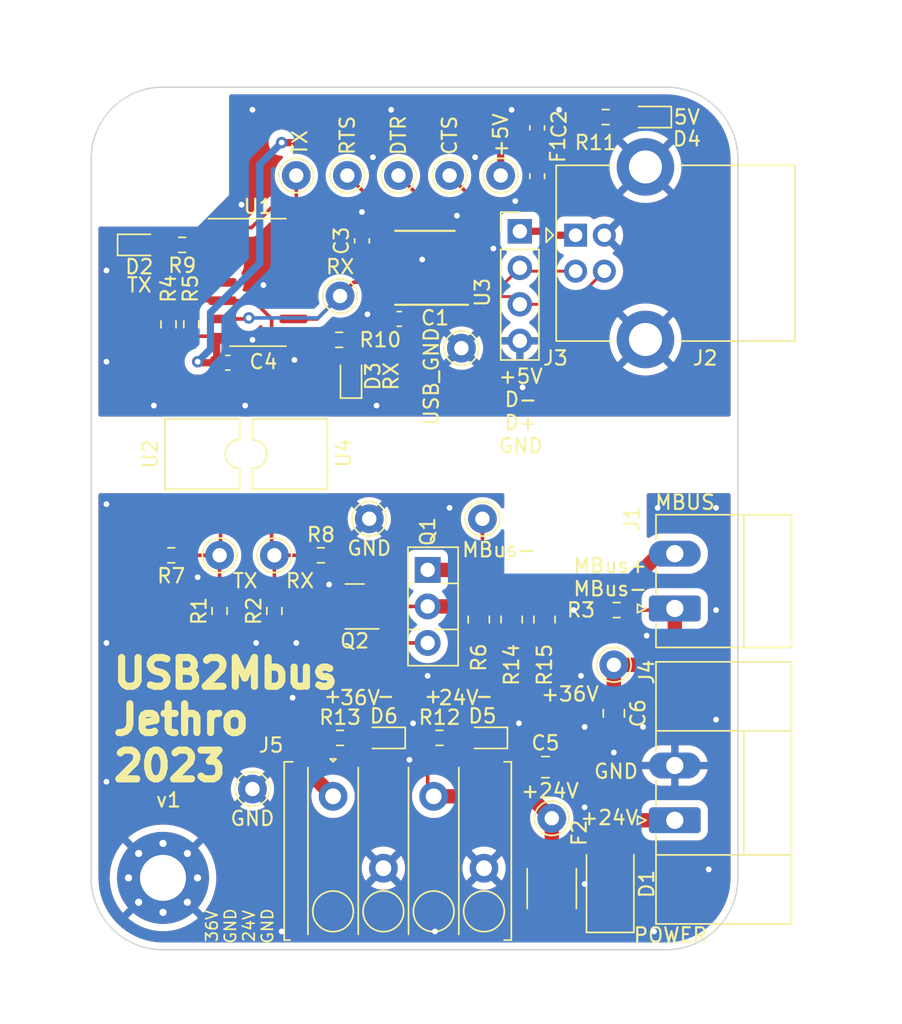
<source format=kicad_pcb>
(kicad_pcb (version 20211014) (generator pcbnew)
  (layers (0 "F.Cu" signal) (31 "B.Cu" signal) (34 "B.Paste" user) (35 "F.Paste" user) (36 "B.SilkS" user "B.Silkscreen") (37 "F.SilkS" user "F.Silkscreen") (38 "B.Mask" user) (39 "F.Mask" user) (44 "Edge.Cuts" user))
  (net 0 "")
  (net 1 "Net-(C1-Pad1)")
  (net 2 "GND2")
  (net 3 "+5V")
  (net 4 "+24V")
  (net 5 "GND")
  (net 6 "+36V")
  (net 7 "Net-(D1-Pad1)")
  (net 8 "Net-(D1-Pad2)")
  (net 9 "Net-(D2-Pad2)")
  (net 10 "Net-(D3-Pad2)")
  (net 11 "Net-(D4-Pad2)")
  (net 12 "Net-(D5-Pad2)")
  (net 13 "Net-(D6-Pad2)")
  (net 14 "Net-(F1-Pad2)")
  (net 15 "Net-(J1-Pad2)")
  (net 16 "/DN")
  (net 17 "/DP")
  (net 18 "Net-(Q1-Pad2)")
  (net 19 "Net-(Q1-Pad3)")
  (net 20 "Net-(Q2-Pad3)")
  (net 21 "Net-(R4-Pad1)")
  (net 22 "Net-(R4-Pad2)")
  (net 23 "Net-(R5-Pad2)")
  (net 24 "Net-(R6-Pad2)")
  (net 25 "Net-(R9-Pad1)")
  (net 26 "Net-(R10-Pad1)")
  (net 27 "Net-(R14-Pad2)")
  (net 28 "Net-(TP5-Pad1)")
  (net 29 "Net-(TP7-Pad1)")
  (net 30 "Net-(U3-Pad6)")
  (net 31 "Net-(U3-Pad4)")
  (net 32 "Net-(U3-Pad5)")
  (footprint "Capacitor_SMD:C_0603_1608Metric" (layer "F.Cu") (at 139.509 54.172)
    (fp_text reference "C4" (at 2.477 -0.07) (layer "F.SilkS"))
    (fp_text value "0.1uF")
    (pad "1" smd roundrect (at -0.775 0) (size 0.9 0.95) (layers "F.Cu" "F.Paste" "F.Mask") (net 3 "+5V"))
    (pad "2" smd roundrect (at 0.775 0) (size 0.9 0.95) (layers "F.Cu" "F.Paste" "F.Mask") (net 2 "GND2"))
  )
  (footprint "Capacitor_SMD:C_0805_2012Metric" (layer "F.Cu") (at 166.37 78.552 -90)
    (fp_text reference "C6" (at 0 -1.68 90) (layer "F.SilkS"))
    (fp_text value "10u/50V")
    (pad "1" smd roundrect (at -0.95 0 270) (size 1 1.45) (layers "F.Cu" "F.Paste" "F.Mask") (net 6 "+36V"))
    (pad "2" smd roundrect (at 0.95 0 270) (size 1 1.45) (layers "F.Cu" "F.Paste" "F.Mask") (net 5 "GND"))
  )
  (footprint "Connector_Phoenix_MC:PhoenixContact_MC_1,5_2-GF-3.81_1x02_P3.81mm_Horizontal_ThreadedFlange" (layer "F.Cu") (at 170.6125 85.994 90)
    (fp_text reference "J4" (at 10.302 -1.9565 90) (layer "F.SilkS"))
    (fp_text value "POWER")
    (pad "1" thru_hole roundrect (at 0 0 90) (size 1.8 3.6) (drill 1.2) (layers *.Cu *.Mask) (roundrect_rratio 0.138889) (net 8 "Net-(D1-Pad2)"))
    (pad "2" thru_hole oval (at 3.81 0 90) (size 1.8 3.6) (drill 1.2) (layers *.Cu *.Mask) (net 5 "GND"))
  )
  (footprint "Connector_USB:USB_B_Lumberg_2411_02_Horizontal" (layer "F.Cu") (at 163.7095 45.302)
    (fp_text reference "J2" (at 9.0105 8.546) (layer "F.SilkS"))
    (fp_text value "USB_B")
    (pad "1" thru_hole rect (at 0 0 90) (size 1.6 1.6) (drill 0.95) (layers *.Cu *.Mask) (net 14 "Net-(F1-Pad2)"))
    (pad "2" thru_hole circle (at 0 2.5 90) (size 1.6 1.6) (drill 0.95) (layers *.Cu *.Mask) (net 16 "/DN"))
    (pad "3" thru_hole circle (at 2 2.5 90) (size 1.6 1.6) (drill 0.95) (layers *.Cu *.Mask) (net 17 "/DP"))
    (pad "4" thru_hole circle (at 2 0 90) (size 1.6 1.6) (drill 0.95) (layers *.Cu *.Mask) (net 2 "GND2"))
    (pad "5" thru_hole circle (at 4.86 -4.75 90) (size 4 4) (drill 2.3) (layers *.Cu *.Mask) (net 2 "GND2"))
    (pad "5" thru_hole circle (at 4.86 7.25 90) (size 4 4) (drill 2.3) (layers *.Cu *.Mask) (net 2 "GND2"))
  )
  (footprint "TestPoint:TestPoint_THTPad_D2.0mm_Drill1.0mm" (layer "F.Cu") (at 155.765 53.156)
    (fp_text reference "TP11" hide)
    (fp_text value "USB_GND" (at -2.095 1.962 90) (layer "F.SilkS"))
    (pad "1" thru_hole circle (at 0 0) (size 2 2) (drill 1) (layers *.Cu *.Mask) (net 2 "GND2"))
  )
  (footprint "Resistor_SMD:R_0603_1608Metric" (layer "F.Cu") (at 136.969 51.499 90)
    (fp_text reference "R5" (at 2.477 -0.063 90) (layer "F.SilkS"))
    (fp_text value "10k")
    (pad "1" smd roundrect (at -0.825 0 90) (size 0.8 0.95) (layers "F.Cu" "F.Paste" "F.Mask") (net 3 "+5V"))
    (pad "2" smd roundrect (at 0.825 0 90) (size 0.8 0.95) (layers "F.Cu" "F.Paste" "F.Mask") (net 23 "Net-(R5-Pad2)"))
  )
  (footprint "TestPoint:TestPoint_THTPad_D2.0mm_Drill1.0mm" (layer "F.Cu") (at 158.496 41.148)
    (fp_text reference "TP1" hide)
    (fp_text value "+5V" (at 0 -2.794 90) (layer "F.SilkS"))
    (pad "1" thru_hole circle (at 0 0) (size 2 2) (drill 1) (layers *.Cu *.Mask) (net 3 "+5V"))
  )
  (footprint "Resistor_SMD:R_0603_1608Metric" (layer "F.Cu") (at 135.573 67.564 180)
    (fp_text reference "R7" (at 0 -1.43) (layer "F.SilkS"))
    (fp_text value "22k")
    (pad "1" smd roundrect (at -0.825 0 180) (size 0.8 0.95) (layers "F.Cu" "F.Paste" "F.Mask") (net 19 "Net-(Q1-Pad3)"))
    (pad "2" smd roundrect (at 0.825 0 180) (size 0.8 0.95) (layers "F.Cu" "F.Paste" "F.Mask") (net 5 "GND"))
  )
  (footprint "Resistor_SMD:R_0805_2012Metric" (layer "F.Cu") (at 156.972 72.0325 -90)
    (fp_text reference "R6" (at 2.6435 0 90) (layer "F.SilkS"))
    (fp_text value "33R")
    (pad "1" smd roundrect (at -0.9125 0 270) (size 1.025 1.4) (layers "F.Cu" "F.Paste" "F.Mask") (roundrect_rratio 0.243902) (net 18 "Net-(Q1-Pad2)"))
    (pad "2" smd roundrect (at 0.9125 0 270) (size 1.025 1.4) (layers "F.Cu" "F.Paste" "F.Mask") (roundrect_rratio 0.243902) (net 24 "Net-(R6-Pad2)"))
  )
  (footprint "TestPoint:TestPoint_THTPad_D2.0mm_Drill1.0mm" (layer "F.Cu") (at 141.224 83.82)
    (fp_text reference "TP10" hide)
    (fp_text value "GND" (at 0 2.05) (layer "F.SilkS"))
    (pad "1" thru_hole circle (at 0 0) (size 2 2) (drill 1) (layers *.Cu *.Mask) (net 5 "GND"))
  )
  (footprint "MountingHole:MountingHole_3.2mm_M3_ISO14580" (layer "F.Cu") (at 163.285 63.8)
    (fp_text reference "H1" hide)
    (fp_text value "MountingHole")
    (pad "" np_thru_hole circle locked (at 0 0) (size 3.2 3.2) (drill 3.2) (layers *.Cu *.Mask))
  )
  (footprint "Package_SO:SSOP-10_3.9x4.9mm_P1.00mm" (layer "F.Cu") (at 153.225 47.568 180)
    (fp_text reference "U3" (at -4.001 -1.708 90) (layer "F.SilkS"))
    (fp_text value "CH340K")
    (pad "1" smd rect (at -2.55 -2 180) (size 1.1 0.51) (layers "F.Cu" "F.Paste" "F.Mask") (net 17 "/DP"))
    (pad "2" smd rect (at -2.55 -1 180) (size 1.1 0.51) (layers "F.Cu" "F.Paste" "F.Mask") (net 16 "/DN"))
    (pad "3" smd rect (at -2.55 0 180) (size 1.1 0.51) (layers "F.Cu" "F.Paste" "F.Mask") (net 2 "GND2"))
    (pad "4" smd rect (at -2.55 1 180) (size 1.1 0.51) (layers "F.Cu" "F.Paste" "F.Mask") (net 31 "Net-(U3-Pad4)"))
    (pad "5" smd rect (at -2.55 2 180) (size 1.1 0.51) (layers "F.Cu" "F.Paste" "F.Mask") (net 32 "Net-(U3-Pad5)"))
    (pad "6" smd rect (at 2.55 2 180) (size 1.1 0.51) (layers "F.Cu" "F.Paste" "F.Mask") (net 30 "Net-(U3-Pad6)"))
    (pad "7" smd rect (at 2.55 1 180) (size 1.1 0.51) (layers "F.Cu" "F.Paste" "F.Mask") (net 3 "+5V"))
    (pad "8" smd rect (at 2.55 0 180) (size 1.1 0.51) (layers "F.Cu" "F.Paste" "F.Mask") (net 28 "Net-(TP5-Pad1)"))
    (pad "9" smd rect (at 2.55 -1 180) (size 1.1 0.51) (layers "F.Cu" "F.Paste" "F.Mask") (net 29 "Net-(TP7-Pad1)"))
    (pad "10" smd rect (at 2.55 -2 180) (size 1.1 0.51) (layers "F.Cu" "F.Paste" "F.Mask") (net 1 "Net-(C1-Pad1)"))
  )
  (footprint "MountingHole:MountingHole_3.2mm_M3_ISO14580" (layer "F.Cu") (at 135 40)
    (fp_text reference "H2" hide)
    (fp_text value "MountingHole")
    (pad "" np_thru_hole circle locked (at 0 0) (size 3.2 3.2) (drill 3.2) (layers *.Cu *.Mask))
  )
  (footprint "Connector_PinHeader_2.54mm:PinHeader_1x04_P2.54mm_Vertical" (layer "F.Cu") (at 159.829 45.028)
    (fp_text reference "J3" (at 2.477 8.82) (layer "F.SilkS"))
    (fp_text value "USB")
    (pad "1" thru_hole rect (at 0 0) (size 1.7 1.7) (drill 1) (layers *.Cu *.Mask) (net 14 "Net-(F1-Pad2)"))
    (pad "2" thru_hole oval (at 0 2.54) (size 1.7 1.7) (drill 1) (layers *.Cu *.Mask) (net 16 "/DN"))
    (pad "3" thru_hole oval (at 0 5.08) (size 1.7 1.7) (drill 1) (layers *.Cu *.Mask) (net 17 "/DP"))
    (pad "4" thru_hole oval (at 0 7.62) (size 1.7 1.7) (drill 1) (layers *.Cu *.Mask) (net 2 "GND2"))
  )
  (footprint "Capacitor_SMD:C_0805_2012Metric" (layer "F.Cu") (at 161.61 82.296)
    (fp_text reference "C5" (at 0 -1.68) (layer "F.SilkS"))
    (fp_text value "10u/50V")
    (pad "1" smd roundrect (at -0.95 0) (size 1 1.45) (layers "F.Cu" "F.Paste" "F.Mask") (net 4 "+24V"))
    (pad "2" smd roundrect (at 0.95 0) (size 1 1.45) (layers "F.Cu" "F.Paste" "F.Mask") (net 5 "GND"))
  )
  (footprint "Resistor_SMD:R_0603_1608Metric" (layer "F.Cu") (at 147.32 80.264)
    (fp_text reference "R13" (at 0 -1.43) (layer "F.SilkS"))
    (fp_text value "R")
    (pad "1" smd roundrect (at -0.825 0) (size 0.8 0.95) (layers "F.Cu" "F.Paste" "F.Mask") (net 6 "+36V"))
    (pad "2" smd roundrect (at 0.825 0) (size 0.8 0.95) (layers "F.Cu" "F.Paste" "F.Mask") (net 13 "Net-(D6-Pad2)"))
  )
  (footprint "Diode_SMD:D_SMA" (layer "F.Cu") (at 166.116 90.392 90)
    (fp_text reference "D1" (at -0.032 2.54 90) (layer "F.SilkS"))
    (fp_text value "D_Schottky")
    (pad "1" smd rect (at -2 0 90) (size 2.5 1.8) (layers "F.Cu" "F.Paste" "F.Mask") (net 7 "Net-(D1-Pad1)"))
    (pad "2" smd rect (at 2 0 90) (size 2.5 1.8) (layers "F.Cu" "F.Paste" "F.Mask") (net 8 "Net-(D1-Pad2)"))
  )
  (footprint "Resistor_SMD:R_0603_1608Metric" (layer "F.Cu") (at 142.748 71.437 90)
    (fp_text reference "R2" (at 0 -1.43 90) (layer "F.SilkS"))
    (fp_text value "33k")
    (pad "1" smd roundrect (at -0.825 0 90) (size 0.8 0.95) (layers "F.Cu" "F.Paste" "F.Mask") (net 6 "+36V"))
    (pad "2" smd roundrect (at 0.825 0 90) (size 0.8 0.95) (layers "F.Cu" "F.Paste" "F.Mask") (net 20 "Net-(Q2-Pad3)"))
  )
  (footprint "Capacitor_SMD:C_0603_1608Metric" (layer "F.Cu") (at 151.434 51.124)
    (fp_text reference "C1" (at 2.49 -0.07) (layer "F.SilkS"))
    (fp_text value "0.1uF")
    (pad "1" smd roundrect (at -0.775 0) (size 0.9 0.95) (layers "F.Cu" "F.Paste" "F.Mask") (net 1 "Net-(C1-Pad1)"))
    (pad "2" smd roundrect (at 0.775 0) (size 0.9 0.95) (layers "F.Cu" "F.Paste" "F.Mask") (net 2 "GND2"))
  )
  (footprint "TestPoint:TestPoint_THTPad_D2.0mm_Drill1.0mm" (layer "F.Cu") (at 154.94 41.148)
    (fp_text reference "TP14" hide)
    (fp_text value "CTS" (at 0 -2.794 90) (layer "F.SilkS"))
    (pad "1" thru_hole circle (at 0 0) (size 2 2) (drill 1) (layers *.Cu *.Mask) (net 32 "Net-(U3-Pad5)"))
  )
  (footprint "TestPoint:TestPoint_THTPad_D2.0mm_Drill1.0mm" (layer "F.Cu") (at 151.384 41.148)
    (fp_text reference "TP13" hide)
    (fp_text value "DTR" (at 0 -2.794 90) (layer "F.SilkS"))
    (pad "1" thru_hole circle (at 0 0) (size 2 2) (drill 1) (layers *.Cu *.Mask) (net 31 "Net-(U3-Pad4)"))
  )
  (footprint "LED_SMD:LED_0603_1608Metric" (layer "F.Cu") (at 157.48 80.264 180)
    (fp_text reference "D5" (at 0.254 1.524) (layer "F.SilkS"))
    (fp_text value "24V" (at 1.905 2.794) (layer "F.SilkS"))
    (pad "1" smd roundrect (at -0.7875 0 180) (size 0.875 0.95) (layers "F.Cu" "F.Paste" "F.Mask") (net 5 "GND"))
    (pad "2" smd roundrect (at 0.7875 0 180) (size 0.875 0.95) (layers "F.Cu" "F.Paste" "F.Mask") (net 12 "Net-(D5-Pad2)"))
  )
  (footprint "Connector_Phoenix_MC:PhoenixContact_MC_1,5_2-G-3.81_1x02_P3.81mm_Horizontal" (layer "F.Cu") (at 170.6125 71.262 90)
    (fp_text reference "J1" (at 6.238 -2.9725 270) (layer "F.SilkS"))
    (fp_text value "MBUS")
    (pad "1" thru_hole roundrect (at 0 0 90) (size 1.8 3.6) (drill 1.2) (layers *.Cu *.Mask) (roundrect_rratio 0.138889) (net 6 "+36V"))
    (pad "2" thru_hole oval (at 3.81 0 90) (size 1.8 3.6) (drill 1.2) (layers *.Cu *.Mask) (net 15 "Net-(J1-Pad2)"))
  )
  (footprint "Resistor_SMD:R_0603_1608Metric" (layer "F.Cu") (at 165.799 37.084)
    (fp_text reference "R11" (at -0.699 1.778) (layer "F.SilkS"))
    (fp_text value "R")
    (pad "1" smd roundrect (at -0.825 0) (size 0.8 0.95) (layers "F.Cu" "F.Paste" "F.Mask") (net 3 "+5V"))
    (pad "2" smd roundrect (at 0.825 0) (size 0.8 0.95) (layers "F.Cu" "F.Paste" "F.Mask") (net 11 "Net-(D4-Pad2)"))
  )
  (footprint "Resistor_SMD:R_0603_1608Metric" (layer "F.Cu") (at 154.241 80.264)
    (fp_text reference "R12" (at 0 -1.43) (layer "F.SilkS"))
    (fp_text value "R")
    (pad "1" smd roundrect (at -0.825 0) (size 0.8 0.95) (layers "F.Cu" "F.Paste" "F.Mask") (net 4 "+24V"))
    (pad "2" smd roundrect (at 0.825 0) (size 0.8 0.95) (layers "F.Cu" "F.Paste" "F.Mask") (net 12 "Net-(D5-Pad2)"))
  )
  (footprint "Resistor_SMD:R_0603_1608Metric" (layer "F.Cu") (at 138.938 71.437 90)
    (fp_text reference "R1" (at 0 -1.43 90) (layer "F.SilkS"))
    (fp_text value "39k")
    (pad "1" smd roundrect (at -0.825 0 90) (size 0.8 0.95) (layers "F.Cu" "F.Paste" "F.Mask") (net 6 "+36V"))
    (pad "2" smd roundrect (at 0.825 0 90) (size 0.8 0.95) (layers "F.Cu" "F.Paste" "F.Mask") (net 19 "Net-(Q1-Pad3)"))
  )
  (footprint "TestPoint:TestPoint_THTPad_D2.0mm_Drill1.0mm" (layer "F.Cu") (at 138.938 67.564)
    (fp_text reference "TP6" hide)
    (fp_text value "M_TX" hide)
    (pad "1" thru_hole circle (at 0 0) (size 2 2) (drill 1) (layers *.Cu *.Mask) (net 19 "Net-(Q1-Pad3)"))
  )
  (footprint "Capacitor_SMD:C_0603_1608Metric" (layer "F.Cu") (at 148.844 45.694 90)
    (fp_text reference "C3" (at 0 -1.43 90) (layer "F.SilkS"))
    (fp_text value "0.1uF")
    (pad "1" smd roundrect (at -0.775 0 90) (size 0.9 0.95) (layers "F.Cu" "F.Paste" "F.Mask") (net 3 "+5V"))
    (pad "2" smd roundrect (at 0.775 0 90) (size 0.9 0.95) (layers "F.Cu" "F.Paste" "F.Mask") (net 2 "GND2"))
  )
  (footprint "Resistor_SMD:R_0603_1608Metric" (layer "F.Cu") (at 147.257 52.578)
    (fp_text reference "R10" (at 2.857 0) (layer "F.SilkS"))
    (fp_text value "R")
    (pad "1" smd roundrect (at -0.825 0) (size 0.8 0.95) (layers "F.Cu" "F.Paste" "F.Mask") (net 26 "Net-(R10-Pad1)"))
    (pad "2" smd roundrect (at 0.825 0) (size 0.8 0.95) (layers "F.Cu" "F.Paste" "F.Mask") (net 10 "Net-(D3-Pad2)"))
  )
  (footprint "LED_SMD:LED_0603_1608Metric" (layer "F.Cu") (at 133.3245 45.974)
    (fp_text reference "D2" (at 0.0255 1.524) (layer "F.SilkS"))
    (fp_text value "TX" (at 0.0255 2.794) (layer "F.SilkS"))
    (pad "1" smd roundrect (at -0.7875 0) (size 0.875 0.95) (layers "F.Cu" "F.Paste" "F.Mask") (net 2 "GND2"))
    (pad "2" smd roundrect (at 0.7875 0) (size 0.875 0.95) (layers "F.Cu" "F.Paste" "F.Mask") (net 9 "Net-(D2-Pad2)"))
  )
  (footprint "Resistor_SMD:R_0805_2012Metric" (layer "F.Cu") (at 159.258 72.0325 90)
    (fp_text reference "R14" (at -3.1515 0 90) (layer "F.SilkS"))
    (fp_text value "33R")
    (pad "1" smd roundrect (at -0.9125 0 90) (size 1.025 1.4) (layers "F.Cu" "F.Paste" "F.Mask") (roundrect_rratio 0.243902) (net 24 "Net-(R6-Pad2)"))
    (pad "2" smd roundrect (at 0.9125 0 90) (size 1.025 1.4) (layers "F.Cu" "F.Paste" "F.Mask") (roundrect_rratio 0.243902) (net 27 "Net-(R14-Pad2)"))
  )
  (footprint "LED_SMD:LED_0603_1608Metric" (layer "F.Cu") (at 148.082 55.1435 90)
    (fp_text reference "D3" (at 0.0255 1.524 90) (layer "F.SilkS"))
    (fp_text value "RX" (at 0.0255 2.794 90) (layer "F.SilkS"))
    (pad "1" smd roundrect (at -0.7875 0 90) (size 0.875 0.95) (layers "F.Cu" "F.Paste" "F.Mask") (net 2 "GND2"))
    (pad "2" smd roundrect (at 0.7875 0 90) (size 0.875 0.95) (layers "F.Cu" "F.Paste" "F.Mask") (net 10 "Net-(D3-Pad2)"))
  )
  (footprint "TestPoint:TestPoint_THTPad_D2.0mm_Drill1.0mm" (layer "F.Cu") (at 149.352 65.024)
    (fp_text reference "TP2" hide)
    (fp_text value "GND" (at 0 2.05) (layer "F.SilkS"))
    (pad "1" thru_hole circle (at 0 0) (size 2 2) (drill 1) (layers *.Cu *.Mask) (net 5 "GND"))
  )
  (footprint "Package_DIP:SMDIP-4_W7.62mm" (layer "F.Cu") (at 137.731 60.522 -90)
    (fp_text reference "U2" (at 0 3.619 90) (layer "F.SilkS"))
    (fp_text value "EL817")
    (pad "1" smd rect (at -3.81 -1.27 270) (size 2 1.78) (layers "F.Cu" "F.Paste" "F.Mask") (net 22 "Net-(R4-Pad2)"))
    (pad "2" smd rect (at -3.81 1.27 270) (size 2 1.78) (layers "F.Cu" "F.Paste" "F.Mask") (net 2 "GND2"))
    (pad "3" smd rect (at 3.81 1.27 270) (size 2 1.78) (layers "F.Cu" "F.Paste" "F.Mask") (net 5 "GND"))
    (pad "4" smd rect (at 3.81 -1.27 270) (size 2 1.78) (layers "F.Cu" "F.Paste" "F.Mask") (net 19 "Net-(Q1-Pad3)"))
  )
  (footprint "Resistor_SMD:R_0603_1608Metric" (layer "F.Cu") (at 135.382 51.499 -90)
    (fp_text reference "R4" (at -2.477 0 90) (layer "F.SilkS"))
    (fp_text value "1k")
    (pad "1" smd roundrect (at -0.825 0 270) (size 0.8 0.95) (layers "F.Cu" "F.Paste" "F.Mask") (net 21 "Net-(R4-Pad1)"))
    (pad "2" smd roundrect (at 0.825 0 270) (size 0.8 0.95) (layers "F.Cu" "F.Paste" "F.Mask") (net 22 "Net-(R4-Pad2)"))
  )
  (footprint "TestPoint:TestPoint_THTPad_D2.0mm_Drill1.0mm" (layer "F.Cu") (at 162.052 85.852)
    (fp_text reference "TP9" hide)
    (fp_text value "+24V" (at -0.127 -1.905) (layer "F.SilkS"))
    (pad "1" thru_hole circle (at 0 0) (size 2 2) (drill 1) (layers *.Cu *.Mask) (net 4 "+24V"))
  )
  (footprint "Capacitor_SMD:C_0603_1608Metric" (layer "F.Cu") (at 161.036 37.833 90)
    (fp_text reference "C2" (at 0.241 1.524 90) (layer "F.SilkS"))
    (fp_text value "10uF")
    (pad "1" smd roundrect (at -0.775 0 90) (size 0.9 0.95) (layers "F.Cu" "F.Paste" "F.Mask") (net 3 "+5V"))
    (pad "2" smd roundrect (at 0.775 0 90) (size 0.9 0.95) (layers "F.Cu" "F.Paste" "F.Mask") (net 2 "GND2"))
  )
  (footprint "TestPoint:TestPoint_THTPad_D2.0mm_Drill1.0mm" (layer "F.Cu") (at 144.272 41.148)
    (fp_text reference "TP5" hide)
    (fp_text value "TX" (at 0.254 -2.286 90) (layer "F.SilkS"))
    (pad "1" thru_hole circle (at 0 0) (size 2 2) (drill 1) (layers *.Cu *.Mask) (net 28 "Net-(TP5-Pad1)"))
  )
  (footprint "TestPoint:TestPoint_THTPad_D2.0mm_Drill1.0mm" (layer "F.Cu") (at 157.226 65.024)
    (fp_text reference "TP4" hide)
    (fp_text value "MBus-" (at 1.143 2.159) (layer "F.SilkS"))
    (pad "1" thru_hole circle (at 0 0) (size 2 2) (drill 1) (layers *.Cu *.Mask) (net 15 "Net-(J1-Pad2)"))
  )
  (footprint "TestPoint:TestPoint_THTPad_D2.0mm_Drill1.0mm" (layer "F.Cu") (at 166.37 75.184)
    (fp_text reference "TP3" hide)
    (fp_text value "+36V" (at -3.048 2.032) (layer "F.SilkS"))
    (pad "1" thru_hole circle (at 0 0) (size 2 2) (drill 1) (layers *.Cu *.Mask) (net 6 "+36V"))
  )
  (footprint "meteopress_footprints:PTSA_1.5_4-3.5-Z-1985218" (layer "F.Cu") (at 146.834 84.328)
    (fp_text reference "J5" (at -4.318 -3.556 -180) (layer "F.SilkS"))
    (fp_text value "STEPUP")
    (pad "1" thru_hole circle (at 0 0) (size 2 2) (drill 1.1) (layers *.Cu *.Mask) (net 6 "+36V"))
    (pad "2" thru_hole circle (at 3.5 5) (size 2 2) (drill 1.1) (layers *.Cu *.Mask) (net 5 "GND"))
    (pad "3" thru_hole circle (at 7 0) (size 2 2) (drill 1.1) (layers *.Cu *.Mask) (net 4 "+24V"))
    (pad "4" thru_hole circle (at 10.5 5) (size 2 2) (drill 1.1) (layers *.Cu *.Mask) (net 5 "GND"))
  )
  (footprint "TestPoint:TestPoint_THTPad_D2.0mm_Drill1.0mm" (layer "F.Cu") (at 142.748 67.564)
    (fp_text reference "TP8" hide)
    (fp_text value "M_RX" hide)
    (pad "1" thru_hole circle (at 0 0) (size 2 2) (drill 1) (layers *.Cu *.Mask) (net 20 "Net-(Q2-Pad3)"))
  )
  (footprint "Package_DIP:SMDIP-4_W7.62mm" (layer "F.Cu") (at 143.827 60.522 90)
    (fp_text reference "U4" (at 0.07 3.747 90) (layer "F.SilkS"))
    (fp_text value "EL817")
    (pad "1" smd rect (at -3.81 -1.27 90) (size 2 1.78) (layers "F.Cu" "F.Paste" "F.Mask") (net 20 "Net-(Q2-Pad3)"))
    (pad "2" smd rect (at -3.81 1.27 90) (size 2 1.78) (layers "F.Cu" "F.Paste" "F.Mask") (net 5 "GND"))
    (pad "3" smd rect (at 3.81 1.27 90) (size 2 1.78) (layers "F.Cu" "F.Paste" "F.Mask") (net 2 "GND2"))
    (pad "4" smd rect (at 3.81 -1.27 90) (size 2 1.78) (layers "F.Cu" "F.Paste" "F.Mask") (net 23 "Net-(R5-Pad2)"))
  )
  (footprint "LED_SMD:LED_0603_1608Metric" (layer "F.Cu") (at 168.8845 37.084 180)
    (fp_text reference "D4" (at -2.5655 -1.524) (layer "F.SilkS"))
    (fp_text value "5V" (at -2.5655 0) (layer "F.SilkS"))
    (pad "1" smd roundrect (at -0.7875 0 180) (size 0.875 0.95) (layers "F.Cu" "F.Paste" "F.Mask") (net 2 "GND2"))
    (pad "2" smd roundrect (at 0.7875 0 180) (size 0.875 0.95) (layers "F.Cu" "F.Paste" "F.Mask") (net 11 "Net-(D4-Pad2)"))
  )
  (footprint "Resistor_SMD:R_0805_2012Metric" (layer "F.Cu") (at 161.544 72.0325 -90)
    (fp_text reference "R15" (at 3.1515 0 90) (layer "F.SilkS"))
    (fp_text value "33R")
    (pad "1" smd roundrect (at -0.9125 0 270) (size 1.025 1.4) (layers "F.Cu" "F.Paste" "F.Mask") (roundrect_rratio 0.243902) (net 27 "Net-(R14-Pad2)"))
    (pad "2" smd roundrect (at 0.9125 0 270) (size 1.025 1.4) (layers "F.Cu" "F.Paste" "F.Mask") (roundrect_rratio 0.243902) (net 5 "GND"))
  )
  (footprint "Resistor_SMD:R_0603_1608Metric" (layer "F.Cu") (at 136.335 45.974 180)
    (fp_text reference "R9" (at 0 -1.43) (layer "F.SilkS"))
    (fp_text value "R")
    (pad "1" smd roundrect (at -0.825 0 180) (size 0.8 0.95) (layers "F.Cu" "F.Paste" "F.Mask") (net 25 "Net-(R9-Pad1)"))
    (pad "2" smd roundrect (at 0.825 0 180) (size 0.8 0.95) (layers "F.Cu" "F.Paste" "F.Mask") (net 9 "Net-(D2-Pad2)"))
  )
  (footprint "Fuse:Fuse_1812_4532Metric_Pad1.30x3.40mm_HandSolder" (layer "F.Cu") (at 162.052 90.739 90)
    (fp_text reference "F2" (at 3.871 1.905 90) (layer "F.SilkS"))
    (fp_text value "Polyfuse_Small")
    (pad "1" smd roundrect (at -2.225 0 90) (size 1.3 3.4) (layers "F.Cu" "F.Paste" "F.Mask") (roundrect_rratio 0.192308) (net 7 "Net-(D1-Pad1)"))
    (pad "2" smd roundrect (at 2.225 0 90) (size 1.3 3.4) (layers "F.Cu" "F.Paste" "F.Mask") (roundrect_rratio 0.192308) (net 4 "+24V"))
  )
  (footprint "TestPoint:TestPoint_THTPad_D2.0mm_Drill1.0mm" (layer "F.Cu") (at 147.828 41.148)
    (fp_text reference "TP12" hide)
    (fp_text value "RTS" (at 0 -2.794 90) (layer "F.SilkS"))
    (pad "1" thru_hole circle (at 0 0) (size 2 2) (drill 1) (layers *.Cu *.Mask) (net 30 "Net-(U3-Pad6)"))
  )
  (footprint "Package_TO_SOT_THT:TO-126-3_Vertical" (layer "F.Cu") (at 153.416 68.58 -90)
    (fp_text reference "Q1" (at -2.667 0 90) (layer "F.SilkS"))
    (fp_text value "BD136")
    (pad "1" thru_hole rect (at 0 0 270) (size 1.8 1.8) (drill 1) (layers *.Cu *.Mask) (net 15 "Net-(J1-Pad2)"))
    (pad "2" thru_hole oval (at 2.54 0 270) (size 1.8 1.8) (drill 1) (layers *.Cu *.Mask) (net 18 "Net-(Q1-Pad2)"))
    (pad "3" thru_hole oval (at 5.08 0 270) (size 1.8 1.8) (drill 1) (layers *.Cu *.Mask) (net 19 "Net-(Q1-Pad3)"))
  )
  (footprint "LED_SMD:LED_0603_1608Metric" (layer "F.Cu") (at 150.368 80.264 180)
    (fp_text reference "D6" (at 0 1.524) (layer "F.SilkS"))
    (fp_text value "36V" (at 1.651 2.794) (layer "F.SilkS"))
    (pad "1" smd roundrect (at -0.7875 0 180) (size 0.875 0.95) (layers "F.Cu" "F.Paste" "F.Mask") (net 5 "GND"))
    (pad "2" smd roundrect (at 0.7875 0 180) (size 0.875 0.95) (layers "F.Cu" "F.Paste" "F.Mask") (net 13 "Net-(D6-Pad2)"))
  )
  (footprint "TestPoint:TestPoint_THTPad_D2.0mm_Drill1.0mm" (layer "F.Cu") (at 147.32 49.53)
    (fp_text reference "TP7" hide)
    (fp_text value "RX" (at 0 -2.032) (layer "F.SilkS"))
    (pad "1" thru_hole circle (at 0 0) (size 2 2) (drill 1) (layers *.Cu *.Mask) (net 29 "Net-(TP7-Pad1)"))
  )
  (footprint "MountingHole:MountingHole_3.2mm_M3_Pad_Via" (layer "F.Cu") (at 135 90)
    (fp_text reference "H3" hide)
    (fp_text value "MountingHole_Pad")
    (pad "1" thru_hole circle locked (at -1.697056 1.697056) (size 0.8 0.8) (drill 0.5) (layers *.Cu *.Mask) (net 5 "GND"))
    (pad "1" thru_hole circle locked (at -1.697056 -1.697056) (size 0.8 0.8) (drill 0.5) (layers *.Cu *.Mask) (net 5 "GND"))
    (pad "1" thru_hole circle locked (at 0 2.4) (size 0.8 0.8) (drill 0.5) (layers *.Cu *.Mask) (net 5 "GND"))
    (pad "1" thru_hole circle locked (at 1.697056 1.697056) (size 0.8 0.8) (drill 0.5) (layers *.Cu *.Mask) (net 5 "GND"))
    (pad "1" thru_hole circle locked (at 0 -2.4) (size 0.8 0.8) (drill 0.5) (layers *.Cu *.Mask) (net 5 "GND"))
    (pad "1" thru_hole circle locked (at 1.697056 -1.697056) (size 0.8 0.8) (drill 0.5) (layers *.Cu *.Mask) (net 5 "GND"))
    (pad "1" thru_hole circle locked (at -2.4 0) (size 0.8 0.8) (drill 0.5) (layers *.Cu *.Mask) (net 5 "GND"))
    (pad "1" thru_hole circle locked (at 2.4 0) (size 0.8 0.8) (drill 0.5) (layers *.Cu *.Mask) (net 5 "GND"))
    (pad "1" thru_hole circle locked (at 0 0) (size 6.4 6.4) (drill 3.2) (layers *.Cu *.Mask) (net 5 "GND"))
  )
  (footprint "Resistor_SMD:R_0603_1608Metric" (layer "F.Cu") (at 166.561 71.374 180)
    (fp_text reference "R3" (at 2.477 0) (layer "F.SilkS"))
    (fp_text value "220k")
    (pad "1" smd roundrect (at -0.825 0 180) (size 0.8 0.95) (layers "F.Cu" "F.Paste" "F.Mask") (net 6 "+36V"))
    (pad "2" smd roundrect (at 0.825 0 180) (size 0.8 0.95) (layers "F.Cu" "F.Paste" "F.Mask") (net 15 "Net-(J1-Pad2)"))
  )
  (footprint "Resistor_SMD:R_0603_1608Metric" (layer "F.Cu") (at 145.987 67.564)
    (fp_text reference "R8" (at 0 -1.43) (layer "F.SilkS"))
    (fp_text value "3k3")
    (pad "1" smd roundrect (at -0.825 0) (size 0.8 0.95) (layers "F.Cu" "F.Paste" "F.Mask") (net 20 "Net-(Q2-Pad3)"))
    (pad "2" smd roundrect (at 0.825 0) (size 0.8 0.95) (layers "F.Cu" "F.Paste" "F.Mask") (net 5 "GND"))
  )
  (footprint "Package_SO:SOIC-14_3.9x8.7mm_P1.27mm" (layer "F.Cu") (at 141.606 48.584)
    (fp_text reference "U1" (at 0 -5.28) (layer "F.SilkS"))
    (fp_text value "74HC14")
    (pad "1" smd roundrect (at -2.475 -3.81) (size 1.95 0.6) (layers "F.Cu" "F.Paste" "F.Mask") (net 28 "Net-(TP5-Pad1)"))
    (pad "2" smd roundrect (at -2.475 -2.54) (size 1.95 0.6) (layers "F.Cu" "F.Paste" "F.Mask") (net 25 "Net-(R9-Pad1)"))
    (pad "3" smd roundrect (at -2.475 -1.27) (size 1.95 0.6) (layers "F.Cu" "F.Paste" "F.Mask") (net 25 "Net-(R9-Pad1)"))
    (pad "4" smd roundrect (at -2.475 0) (size 1.95 0.6) (layers "F.Cu" "F.Paste" "F.Mask") (net 21 "Net-(R4-Pad1)"))
    (pad "5" smd roundrect (at -2.475 1.27) (size 1.95 0.6) (layers "F.Cu" "F.Paste" "F.Mask") (net 23 "Net-(R5-Pad2)"))
    (pad "6" smd roundrect (at -2.475 2.54) (size 1.95 0.6) (layers "F.Cu" "F.Paste" "F.Mask") (net 29 "Net-(TP7-Pad1)"))
    (pad "7" smd roundrect (at -2.475 3.81) (size 1.95 0.6) (layers "F.Cu" "F.Paste" "F.Mask") (net 3 "+5V"))
    (pad "8" smd roundrect (at 2.475 3.81) (size 1.95 0.6) (layers "F.Cu" "F.Paste" "F.Mask") (net 26 "Net-(R10-Pad1)"))
    (pad "9" smd roundrect (at 2.475 2.54) (size 1.95 0.6) (layers "F.Cu" "F.Paste" "F.Mask") (net 29 "Net-(TP7-Pad1)"))
    (pad "10" smd roundrect (at 2.475 1.27) (size 1.95 0.6) (layers "F.Cu" "F.Paste" "F.Mask"))
    (pad "11" smd roundrect (at 2.475 0) (size 1.95 0.6) (layers "F.Cu" "F.Paste" "F.Mask"))
    (pad "12" smd roundrect (at 2.475 -1.27) (size 1.95 0.6) (layers "F.Cu" "F.Paste" "F.Mask"))
    (pad "13" smd roundrect (at 2.475 -2.54) (size 1.95 0.6) (layers "F.Cu" "F.Paste" "F.Mask"))
    (pad "14" smd roundrect (at 2.475 -3.81) (size 1.95 0.6) (layers "F.Cu" "F.Paste" "F.Mask") (net 2 "GND2"))
  )
  (footprint "Package_TO_SOT_SMD:SOT-23" (layer "F.Cu") (at 148.336 71.12 180)
    (fp_text reference "Q2" (at 0 -2.4) (layer "F.SilkS"))
    (fp_text value "MMBT5551L")
    (pad "1" smd roundrect (at -0.9375 -0.95 180) (size 1.475 0.6) (layers "F.Cu" "F.Paste" "F.Mask") (net 18 "Net-(Q1-Pad2)"))
    (pad "2" smd roundrect (at -0.9375 0.95 180) (size 1.475 0.6) (layers "F.Cu" "F.Paste" "F.Mask") (net 5 "GND"))
    (pad "3" smd roundrect (at 0.9375 0 180) (size 1.475 0.6) (layers "F.Cu" "F.Paste" "F.Mask") (net 20 "Net-(Q2-Pad3)"))
  )
  (footprint "Fuse:Fuse_0603_1608Metric" (layer "F.Cu") (at 161.036 41.1925 -90)
    (fp_text reference "F1" (at -1.8225 -1.43 -90) (layer "F.SilkS"))
    (fp_text value "500mA")
    (pad "1" smd roundrect (at -0.7875 0 270) (size 0.875 0.95) (layers "F.Cu" "F.Paste" "F.Mask") (net 3 "+5V"))
    (pad "2" smd roundrect (at 0.7875 0 270) (size 0.875 0.95) (layers "F.Cu" "F.Paste" "F.Mask") (net 14 "Net-(F1-Pad2)"))
  )
  (gr_arc (start 135 95) (mid 131.464466 93.535534) (end 130 90) (layer "Edge.Cuts") (width 0.1))
  (gr_arc (start 130 40) (mid 131.464466 36.464466) (end 135 35) (layer "Edge.Cuts") (width 0.1))
  (gr_arc (start 170 35) (mid 173.535534 36.464466) (end 175 40) (layer "Edge.Cuts") (width 0.1))
  (gr_line (start 130 90) (end 130 40) (layer "Edge.Cuts") (width 0.1))
  (gr_arc (start 175 90) (mid 173.535534 93.535534) (end 170 95) (layer "Edge.Cuts") (width 0.1))
  (gr_line (start 170 95) (end 135 95) (layer "Edge.Cuts") (width 0.1))
  (gr_line (start 175 90) (end 175 40) (layer "Edge.Cuts") (width 0.1))
  (gr_line (start 135 35) (end 170 35) (layer "Edge.Cuts") (width 0.1))
  (gr_text "-" (at 157.353 77.343) (layer "F.SilkS") (effects (font (size 1 1))))
  (gr_text "36V\nGND\n24V\nGND" (at 140.335 93.345 90) (layer "F.SilkS") (effects (font (size 0.8 0.8) (thickness 0.12))))
  (gr_text "USB2Mbus\nJethro \n2023" (at 131.318 78.994) (layer "F.SilkS") (effects (font (size 2 2) (thickness 0.5)) (justify left)))
  (gr_text "+" (at 146.812 77.343) (layer "F.SilkS") (effects (font (size 1 1))))
  (gr_text "v1" (at 135.382 84.582) (layer "F.SilkS") (effects (font (size 1 1))))
  (gr_text "MBus+\nMBus-" (at 166.116 69.088) (layer "F.SilkS") (effects (font (size 1 1))))
  (gr_text "RX" (at 144.526 69.342) (layer "F.SilkS") (effects (font (size 1 1))))
  (gr_text "-" (at 150.495 77.343) (layer "F.SilkS") (effects (font (size 1 1))))
  (gr_text "+" (at 153.797 77.343) (layer "F.SilkS") (effects (font (size 1 1))))
  (gr_text "TX" (at 140.716 69.342) (layer "F.SilkS") (effects (font (size 1 1))))
  (gr_text "MBUS" (at 171.323 63.881) (layer "F.SilkS") (effects (font (size 1 1))))
  (gr_text "+5V\nD-\nD+\nGND" (at 159.893 57.531) (layer "F.SilkS") (effects (font (size 1 1))))
  (gr_text "GND\n\n+24V" (at 168.148 84.201) (layer "F.SilkS") (effects (font (size 1 1)) (justify right)))
  (gr_text "POWER" (at 170.307 93.98) (layer "F.SilkS") (effects (font (size 1 1))))
  (segment (start 150.659 51.124) (end 150.659 49.584) (width 0.5) (layer "F.Cu") (net 1))
  (segment (start 150.659 49.584) (end 150.675 49.568) (width 0.5) (layer "F.Cu") (net 1))
  (segment (start 148.844 44.919) (end 148.844 43.688) (width 0.5) (layer "F.Cu") (net 2))
  (via (at 141.224 52.578) (size 0.8) (drill 0.4) (layers "F.Cu" "B.Cu") (net 2))
  (via (at 141.986 48.768) (size 0.8) (drill 0.4) (layers "F.Cu" "B.Cu") (net 2))
  (via (at 155.448 43.942) (size 0.8) (drill 0.4) (layers "F.Cu" "B.Cu") (net 2))
  (via (at 131.064 47.752) (size 0.8) (drill 0.4) (layers "F.Cu" "B.Cu") (net 2))
  (via (at 134.366 57.15) (size 0.8) (drill 0.4) (layers "F.Cu" "B.Cu") (net 2))
  (via (at 157.988 46.228) (size 0.8) (drill 0.4) (layers "F.Cu" "B.Cu") (net 2))
  (via (at 148.844 43.688) (size 0.8) (drill 0.4) (layers "F.Cu" "B.Cu") (net 2))
  (via (at 140.716 57.15) (size 0.8) (drill 0.4) (layers "F.Cu" "B.Cu") (net 2))
  (via (at 149.86 57.15) (size 0.8) (drill 0.4) (layers "F.Cu" "B.Cu") (net 2))
  (via (at 144.145 53.975) (size 0.8) (drill 0.4) (layers "F.Cu" "B.Cu") (net 2))
  (via (at 140.462 43.18) (size 0.8) (drill 0.4) (layers "F.Cu" "B.Cu") (net 2))
  (via (at 149.225 50.8) (size 0.8) (drill 0.4) (layers "F.Cu" "B.Cu") (net 2))
  (via (at 159.512 42.926) (size 0.8) (drill 0.4) (layers "F.Cu" "B.Cu") (net 2))
  (via (at 153.035 46.99) (size 0.8) (drill 0.4) (layers "F.Cu" "B.Cu") (net 2))
  (via (at 156.718 39.878) (size 0.8) (drill 0.4) (layers "F.Cu" "B.Cu") (net 2))
  (via (at 159.258 36.576) (size 0.8) (drill 0.4) (layers "F.Cu" "B.Cu") (net 2))
  (via (at 162.56 36.576) (size 0.8) (drill 0.4) (layers "F.Cu" "B.Cu") (net 2))
  (via (at 160.02 55.88) (size 0.8) (drill 0.4) (layers "F.Cu" "B.Cu") (net 2))
  (via (at 141.224 36.576) (size 0.8) (drill 0.4) (layers "F.Cu" "B.Cu") (net 2))
  (via (at 131.064 54.102) (size 0.8) (drill 0.4) (layers "F.Cu" "B.Cu") (net 2))
  (via (at 149.606 39.878) (size 0.8) (drill 0.4) (layers "F.Cu" "B.Cu") (net 2))
  (via (at 150.876 36.576) (size 0.8) (drill 0.4) (layers "F.Cu" "B.Cu") (net 2))
  (segment (start 148.844 46.469) (end 147.815 46.469) (width 0.5) (layer "F.Cu") (net 3))
  (segment (start 161.036 38.608) (end 161.036 40.405) (width 0.5) (layer "F.Cu") (net 3))
  (segment (start 146.05 42.418) (end 146.05 39.624) (width 0.5) (layer "F.Cu") (net 3))
  (segment (start 147.066 38.608) (end 158.242 38.608) (width 0.5) (layer "F.Cu") (net 3))
  (segment (start 146.812 38.862) (end 146.939 38.735) (width 0.5) (layer "F.Cu") (net 3))
  (segment (start 158.496 38.862) (end 158.242 38.608) (width 0.5) (layer "F.Cu") (net 3))
  (segment (start 150.675 46.568) (end 148.943 46.568) (width 0.5) (layer "F.Cu") (net 3))
  (segment (start 163.83 37.084) (end 164.974 37.084) (width 0.25) (layer "F.Cu") (net 3))
  (segment (start 161.036 38.608) (end 162.306 38.608) (width 0.25) (layer "F.Cu") (net 3))
  (segment (start 143.256 38.862) (end 146.812 38.862) (width 0.5) (layer "F.Cu") (net 3))
  (segment (start 158.242 38.608) (end 161.036 38.608) (width 0.5) (layer "F.Cu") (net 3))
  (segment (start 148.943 46.568) (end 148.844 46.469) (width 0.5) (layer "F.Cu") (net 3))
  (segment (start 147.574 46.228) (end 147.574 43.942) (width 0.5) (layer "F.Cu") (net 3))
  (segment (start 147.574 43.942) (end 146.05 42.418) (width 0.5) (layer "F.Cu") (net 3))
  (segment (start 138.734 54.172) (end 137.484 54.172) (width 0.5) (layer "F.Cu") (net 3))
  (segment (start 146.939 38.735) (end 147.066 38.608) (width 0.5) (layer "F.Cu") (net 3))
  (segment (start 138.734 54.172) (end 138.734 52.791) (width 0.5) (layer "F.Cu") (net 3))
  (segment (start 139.061 52.324) (end 139.131 52.394) (width 0.25) (layer "F.Cu") (net 3))
  (segment (start 147.815 46.469) (end 147.574 46.228) (width 0.5) (layer "F.Cu") (net 3))
  (segment (start 136.969 52.324) (end 139.061 52.324) (width 0.25) (layer "F.Cu") (net 3))
  (segment (start 138.734 52.791) (end 139.131 52.394) (width 0.5) (layer "F.Cu") (net 3))
  (segment (start 158.496 41.148) (end 158.496 38.862) (width 0.5) (layer "F.Cu") (net 3))
  (segment (start 137.484 54.172) (end 137.414 54.102) (width 0.5) (layer "F.Cu") (net 3))
  (segment (start 146.05 39.624) (end 146.939 38.735) (width 0.5) (layer "F.Cu") (net 3))
  (segment (start 162.306 38.608) (end 163.83 37.084) (width 0.25) (layer "F.Cu") (net 3))
  (via (at 143.256 38.862) (size 0.8) (drill 0.4) (layers "F.Cu" "B.Cu") (net 3))
  (via (at 137.414 54.102) (size 0.8) (drill 0.4) (layers "F.Cu" "B.Cu") (net 3))
  (segment (start 138.303 53.213) (end 138.303 50.673) (width 0.5) (layer "B.Cu") (net 3))
  (segment (start 137.414 54.102) (end 138.303 53.213) (width 0.5) (layer "B.Cu") (net 3))
  (segment (start 141.732 47.244) (end 141.732 40.386) (width 0.5) (layer "B.Cu") (net 3))
  (segment (start 141.732 40.386) (end 143.256 38.862) (width 0.5) (layer "B.Cu") (net 3))
  (segment (start 138.303 50.673) (end 141.732 47.244) (width 0.5) (layer "B.Cu") (net 3))
  (segment (start 160.66 84.46) (end 162.052 85.852) (width 1) (layer "F.Cu") (net 4))
  (segment (start 153.416 83.91) (end 153.834 84.328) (width 0.25) (layer "F.Cu") (net 4))
  (segment (start 157.226 84.328) (end 159.258 82.296) (width 1) (layer "F.Cu") (net 4))
  (segment (start 153.416 80.264) (end 153.416 83.91) (width 0.25) (layer "F.Cu") (net 4))
  (segment (start 160.66 82.296) (end 160.66 84.46) (width 1) (layer "F.Cu") (net 4))
  (segment (start 153.834 84.328) (end 157.226 84.328) (width 1) (layer "F.Cu") (net 4))
  (segment (start 159.258 82.296) (end 160.66 82.296) (width 1) (layer "F.Cu") (net 4))
  (segment (start 162.052 88.514) (end 162.052 85.852) (width 1) (layer "F.Cu") (net 4))
  (via (at 153.416 75.946) (size 0.8) (drill 0.4) (layers "F.Cu" "B.Cu") (net 5))
  (via (at 159.766 79.248) (size 0.8) (drill 0.4) (layers "F.Cu" "B.Cu") (net 5))
  (via (at 164.338 85.09) (size 0.8) (drill 0.4) (layers "F.Cu" "B.Cu") (net 5))
  (via (at 137.414 69.088) (size 0.8) (drill 0.4) (layers "F.Cu" "B.Cu") (net 5))
  (via (at 143.256 93.726) (size 0.8) (drill 0.4) (layers "F.Cu" "B.Cu") (net 5))
  (via (at 131.064 73.66) (size 0.8) (drill 0.4) (layers "F.Cu" "B.Cu") (net 5))
  (via (at 144.272 73.66) (size 0.8) (drill 0.4) (layers "F.Cu" "B.Cu") (net 5))
  (via (at 146.558 69.596) (size 0.8) (drill 0.4) (layers "F.Cu" "B.Cu") (net 5))
  (via (at 173.482 71.374) (size 0.8) (drill 0.4) (layers "F.Cu" "B.Cu") (net 5))
  (via (at 152.4 79.248) (size 0.8) (drill 0.4) (layers "F.Cu" "B.Cu") (net 5))
  (via (at 152.146 81.788) (size 0.8) (drill 0.4) (layers "F.Cu" "B.Cu") (net 5))
  (via (at 163.576 71.374) (size 0.8) (drill 0.4) (layers "F.Cu" "B.Cu") (net 5))
  (via (at 164.338 90.424) (size 0.8) (drill 0.4) (layers "F.Cu" "B.Cu") (net 5))
  (via (at 166.37 81.28) (size 0.8) (drill 0.4) (layers "F.Cu" "B.Cu") (net 5))
  (via (at 173.482 78.994) (size 0.8) (drill 0.4) (layers "F.Cu" "B.Cu") (net 5))
  (via (at 141.478 73.66) (size 0.8) (drill 0.4) (layers "F.Cu" "B.Cu") (net 5))
  (via (at 168.656 73.152) (size 0.8) (drill 0.4) (layers "F.Cu" "B.Cu") (net 5))
  (via (at 153.924 93.726) (size 0.8) (drill 0.4) (layers "F.Cu" "B.Cu") (net 5))
  (via (at 164.338 79.502) (size 0.8) (drill 0.4) (layers "F.Cu" "B.Cu") (net 5))
  (via (at 173.482 64.262) (size 0.8) (drill 0.4) (layers "F.Cu" "B.Cu") (net 5))
  (via (at 172.974 89.408) (size 0.8) (drill 0.4) (layers "F.Cu" "B.Cu") (net 5))
  (via (at 131.064 83.312) (size 0.8) (drill 0.4) (layers "F.Cu" "B.Cu") (net 5))
  (via (at 154.94 64.262) (size 0.8) (drill 0.4) (layers "F.Cu" "B.Cu") (net 5))
  (via (at 144.018 77.47) (size 0.8) (drill 0.4) (layers "F.Cu" "B.Cu") (net 5))
  (via (at 168.402 79.502) (size 0.8) (drill 0.4) (layers "F.Cu" "B.Cu") (net 5))
  (via (at 169.418 64.262) (size 0.8) (drill 0.4) (layers "F.Cu" "B.Cu") (net 5))
  (via (at 164.084 75.946) (size 0.8) (drill 0.4) (layers "F.Cu" "B.Cu") (net 5))
  (via (at 169.164 93.726) (size 0.8) (drill 0.4) (layers "F.Cu" "B.Cu") (net 5))
  (via (at 131.064 64.008) (size 0.8) (drill 0.4) (layers "F.Cu" "B.Cu") (net 5))
  (segment (start 142.748 74.178) (end 146.172 77.602) (width 0.25) (layer "F.Cu") (net 6))
  (segment (start 144.526 80.264) (end 144.526 82.02) (width 1) (layer "F.Cu") (net 6))
  (segment (start 167.386 71.374) (end 170.5005 71.374) (width 0.25) (layer "F.Cu") (net 6))
  (segment (start 144.526 79.248) (end 144.526 80.264) (width 1) (layer "F.Cu") (net 6))
  (segment (start 170.6125 71.262) (end 170.6125 73.7355) (width 1) (layer "F.Cu") (net 6))
  (segment (start 170.6125 73.7355) (end 169.164 75.184) (width 1) (layer "F.Cu") (net 6))
  (segment (start 166.37 75.184) (end 166.37 77.602) (width 1) (layer "F.Cu") (net 6))
  (segment (start 138.938 72.262) (end 142.748 72.262) (width 0.25) (layer "F.Cu") (net 6))
  (segment (start 169.164 75.184) (end 166.37 75.184) (width 1) (layer "F.Cu") (net 6))
  (segment (start 142.748 72.262) (end 142.748 74.178) (width 0.25) (layer "F.Cu") (net 6))
  (segment (start 144.526 82.02) (end 146.834 84.328) (width 1) (layer "F.Cu") (net 6))
  (segment (start 146.495 80.264) (end 144.526 80.264) (width 0.25) (layer "F.Cu") (net 6))
  (segment (start 170.5005 71.374) (end 170.6125 71.262) (width 0.25) (layer "F.Cu") (net 6))
  (segment (start 146.172 77.602) (end 144.526 79.248) (width 1) (layer "F.Cu") (net 6))
  (segment (start 166.37 77.602) (end 146.172 77.602) (width 1) (layer "F.Cu") (net 6))
  (segment (start 165.544 92.964) (end 166.116 92.392) (width 1) (layer "F.Cu") (net 7))
  (segment (start 162.052 92.964) (end 165.544 92.964) (width 1) (layer "F.Cu") (net 7))
  (segment (start 170.6125 85.994) (end 166.99 85.994) (width 1) (layer "F.Cu") (net 8))
  (segment (start 166.116 86.868) (end 166.116 88.392) (width 1) (layer "F.Cu") (net 8))
  (segment (start 166.99 85.994) (end 166.116 86.868) (width 1) (layer "F.Cu") (net 8))
  (segment (start 134.112 45.974) (end 135.51 45.974) (width 0.25) (layer "F.Cu") (net 9))
  (segment (start 148.082 52.578) (end 148.082 54.356) (width 0.25) (layer "F.Cu") (net 10))
  (segment (start 166.624 37.084) (end 168.097 37.084) (width 0.25) (layer "F.Cu") (net 11))
  (segment (start 155.066 80.264) (end 156.6925 80.264) (width 0.25) (layer "F.Cu") (net 12))
  (segment (start 148.145 80.264) (end 149.5805 80.264) (width 0.25) (layer "F.Cu") (net 13))
  (segment (start 162.142 45.302) (end 161.868 45.028) (width 0.5) (layer "F.Cu") (net 14))
  (segment (start 163.7095 45.302) (end 162.142 45.302) (width 0.5) (layer "F.Cu") (net 14))
  (segment (start 161.036 41.98) (end 161.036 42.926) (width 0.5) (layer "F.Cu") (net 14))
  (segment (start 161.868 45.028) (end 159.829 45.028) (width 0.5) (layer "F.Cu") (net 14))
  (segment (start 161.868 43.758) (end 161.868 45.028) (width 0.5) (layer "F.Cu") (net 14))
  (segment (start 161.036 42.926) (end 161.868 43.758) (width 0.5) (layer "F.Cu") (net 14))
  (segment (start 167.386 69.596) (end 169.53 67.452) (width 1) (layer "F.Cu") (net 15))
  (segment (start 157.48 68.58) (end 158.496 69.596) (width 1) (layer "F.Cu") (net 15))
  (segment (start 164.846 69.596) (end 167.386 69.596) (width 1) (layer "F.Cu") (net 15))
  (segment (start 164.846 71.12) (end 164.846 69.596) (width 0.25) (layer "F.Cu") (net 15))
  (segment (start 165.736 71.374) (end 165.1 71.374) (width 0.25) (layer "F.Cu") (net 15))
  (segment (start 157.226 68.326) (end 157.48 68.58) (width 0.25) (layer "F.Cu") (net 15))
  (segment (start 169.53 67.452) (end 170.6125 67.452) (width 1) (layer "F.Cu") (net 15))
  (segment (start 165.1 71.374) (end 164.846 71.12) (width 0.25) (layer "F.Cu") (net 15))
  (segment (start 157.226 65.024) (end 157.226 68.326) (width 0.25) (layer "F.Cu") (net 15))
  (segment (start 158.496 69.596) (end 164.846 69.596) (width 1) (layer "F.Cu") (net 15))
  (segment (start 153.416 68.58) (end 157.48 68.58) (width 1) (layer "F.Cu") (net 15))
  (segment (start 163.7095 47.802) (end 160.063 47.802) (width 0.2) (layer "F.Cu") (net 16))
  (segment (start 160.063 47.802) (end 159.829 47.568) (width 0.2) (layer "F.Cu") (net 16))
  (segment (start 155.775 48.568) (end 158.829 48.568) (width 0.2) (layer "F.Cu") (net 16))
  (segment (start 158.829 48.568) (end 159.829 47.568) (width 0.2) (layer "F.Cu") (net 16))
  (segment (start 155.775 49.568) (end 159.289 49.568) (width 0.2) (layer "F.Cu") (net 17))
  (segment (start 163.4035 50.108) (end 159.829 50.108) (width 0.2) (layer "F.Cu") (net 17))
  (segment (start 159.289 49.568) (end 159.829 50.108) (width 0.2) (layer "F.Cu") (net 17))
  (segment (start 165.7095 47.802) (end 163.4035 50.108) (width 0.2) (layer "F.Cu") (net 17))
  (segment (start 151.384 71.12) (end 150.434 72.07) (width 0.25) (layer "F.Cu") (net 18))
  (segment (start 153.416 71.12) (end 151.384 71.12) (width 0.25) (layer "F.Cu") (net 18))
  (segment (start 156.972 71.12) (end 153.416 71.12) (width 1) (layer "F.Cu") (net 18))
  (segment (start 150.434 72.07) (end 149.2735 72.07) (width 0.25) (layer "F.Cu") (net 18))
  (segment (start 138.938 70.612) (end 138.938 67.564) (width 0.25) (layer "F.Cu") (net 19))
  (segment (start 136.398 67.564) (end 138.938 67.564) (width 0.25) (layer "F.Cu") (net 19))
  (segment (start 140.462 70.612) (end 141.224 71.374) (width 0.25) (layer "F.Cu") (net 19))
  (segment (start 139.001 64.332) (end 139.001 67.501) (width 0.25) (layer "F.Cu") (net 19))
  (segment (start 138.938 70.612) (end 140.462 70.612) (width 0.25) (layer "F.Cu") (net 19))
  (segment (start 139.001 67.501) (end 138.938 67.564) (width 0.25) (layer "F.Cu") (net 19))
  (segment (start 143.764 71.374) (end 146.05 73.66) (width 0.25) (layer "F.Cu") (net 19))
  (segment (start 146.05 73.66) (end 153.416 73.66) (width 0.25) (layer "F.Cu") (net 19))
  (segment (start 141.224 71.374) (end 143.764 71.374) (width 0.25) (layer "F.Cu") (net 19))
  (segment (start 145.162 67.564) (end 142.748 67.564) (width 0.25) (layer "F.Cu") (net 20))
  (segment (start 142.557 64.332) (end 142.557 67.373) (width 0.25) (layer "F.Cu") (net 20))
  (segment (start 146.05 71.12) (end 147.3985 71.12) (width 0.25) (layer "F.Cu") (net 20))
  (segment (start 145.162 67.564) (end 145.162 70.232) (width 0.25) (layer "F.Cu") (net 20))
  (segment (start 142.557 67.373) (end 142.748 67.564) (width 0.25) (layer "F.Cu") (net 20))
  (segment (start 142.748 70.612) (end 142.748 67.564) (width 0.25) (layer "F.Cu") (net 20))
  (segment (start 145.162 70.232) (end 146.05 71.12) (width 0.25) (layer "F.Cu") (net 20))
  (segment (start 136.582 48.584) (end 135.382 49.784) (width 0.25) (layer "F.Cu") (net 21))
  (segment (start 139.131 48.584) (end 136.582 48.584) (width 0.25) (layer "F.Cu") (net 21))
  (segment (start 135.382 49.784) (end 135.382 50.674) (width 0.25) (layer "F.Cu") (net 21))
  (segment (start 139.001 55.689) (end 138.43 55.118) (width 0.25) (layer "F.Cu") (net 22))
  (segment (start 138.43 55.118) (end 136.906 55.118) (width 0.25) (layer "F.Cu") (net 22))
  (segment (start 139.001 56.712) (end 139.001 55.689) (width 0.25) (layer "F.Cu") (net 22))
  (segment (start 136.906 55.118) (end 135.382 53.594) (width 0.25) (layer "F.Cu") (net 22))
  (segment (start 135.382 53.594) (end 135.382 52.324) (width 0.25) (layer "F.Cu") (net 22))
  (segment (start 139.131 49.854) (end 137.344 49.854) (width 0.25) (layer "F.Cu") (net 23))
  (segment (start 139.131 49.854) (end 141.294 49.854) (width 0.25) (layer "F.Cu") (net 23))
  (segment (start 142.557 51.117) (end 142.557 56.712) (width 0.25) (layer "F.Cu") (net 23))
  (segment (start 137.344 49.854) (end 136.969 50.229) (width 0.25) (layer "F.Cu") (net 23))
  (segment (start 136.969 50.229) (end 136.969 50.674) (width 0.25) (layer "F.Cu") (net 23))
  (segment (start 141.294 49.854) (end 142.557 51.117) (width 0.25) (layer "F.Cu") (net 23))
  (segment (start 156.972 72.945) (end 159.258 72.945) (width 1) (layer "F.Cu") (net 24))
  (segment (start 137.16 46.99) (end 137.16 45.974) (width 0.25) (layer "F.Cu") (net 25))
  (segment (start 137.23 46.044) (end 137.16 45.974) (width 0.25) (layer "F.Cu") (net 25))
  (segment (start 137.484 47.314) (end 137.16 46.99) (width 0.25) (layer "F.Cu") (net 25))
  (segment (start 139.131 47.314) (end 137.484 47.314) (width 0.25) (layer "F.Cu") (net 25))
  (segment (start 139.131 46.044) (end 137.23 46.044) (width 0.25) (layer "F.Cu") (net 25))
  (segment (start 144.081 52.394) (end 146.248 52.394) (width 0.25) (layer "F.Cu") (net 26))
  (segment (start 146.248 52.394) (end 146.432 52.578) (width 0.25) (layer "F.Cu") (net 26))
  (segment (start 159.258 71.12) (end 161.544 71.12) (width 1) (layer "F.Cu") (net 27))
  (segment (start 144.272 43.18) (end 142.748 43.18) (width 0.25) (layer "F.Cu") (net 28))
  (segment (start 146.05 43.688) (end 145.542 43.18) (width 0.25) (layer "F.Cu") (net 28))
  (segment (start 141.154 44.774) (end 142.748 43.18) (width 0.25) (layer "F.Cu") (net 28))
  (segment (start 146.05 46.228) (end 146.05 43.688) (width 0.25) (layer "F.Cu") (net 28))
  (segment (start 150.675 47.568) (end 147.39 47.568) (width 0.25) (layer "F.Cu") (net 28))
  (segment (start 144.272 41.148) (end 144.272 43.18) (width 0.25) (layer "F.Cu") (net 28))
  (segment (start 139.131 44.774) (end 141.154 44.774) (width 0.25) (layer "F.Cu") (net 28))
  (segment (start 147.39 47.568) (end 146.05 46.228) (width 0.25) (layer "F.Cu") (net 28))
  (segment (start 145.542 43.18) (end 144.272 43.18) (width 0.25) (layer "F.Cu") (net 28))
  (segment (start 139.131 51.124) (end 140.9 51.124) (width 0.25) (layer "F.Cu") (net 29))
  (segment (start 140.9 51.124) (end 140.97 51.054) (width 0.25) (layer "F.Cu") (net 29))
  (segment (start 145.726 51.124) (end 147.32 49.53) (width 0.25) (layer "F.Cu") (net 29))
  (segment (start 144.081 51.124) (end 145.726 51.124) (width 0.25) (layer "F.Cu") (net 29))
  (segment (start 148.282 48.568) (end 147.32 49.53) (width 0.25) (layer "F.Cu") (net 29))
  (segment (start 150.675 48.568) (end 148.282 48.568) (width 0.25) (layer "F.Cu") (net 29))
  (via (at 140.97 51.054) (size 0.8) (drill 0.4) (layers "F.Cu" "B.Cu") (net 29))
  (segment (start 140.97 51.054) (end 145.796 51.054) (width 0.25) (layer "B.Cu") (net 29))
  (segment (start 145.796 51.054) (end 147.32 49.53) (width 0.25) (layer "B.Cu") (net 29))
  (segment (start 151.892 43.942) (end 151.892 45.212) (width 0.25) (layer "F.Cu") (net 30))
  (segment (start 147.828 41.148) (end 150.114 43.434) (width 0.25) (layer "F.Cu") (net 30))
  (segment (start 150.114 43.434) (end 151.384 43.434) (width 0.25) (layer "F.Cu") (net 30))
  (segment (start 151.384 43.434) (end 151.892 43.942) (width 0.25) (layer "F.Cu") (net 30))
  (segment (start 151.892 45.212) (end 151.536 45.568) (width 0.25) (layer "F.Cu") (net 30))
  (segment (start 151.536 45.568) (end 150.675 45.568) (width 0.25) (layer "F.Cu") (net 30))
  (segment (start 153.924 43.688) (end 151.384 41.148) (width 0.25) (layer "F.Cu") (net 31))
  (segment (start 153.924 45.974) (end 153.924 43.688) (width 0.25) (layer "F.Cu") (net 31))
  (segment (start 155.775 46.568) (end 154.518 46.568) (width 0.25) (layer "F.Cu") (net 31))
  (segment (start 154.518 46.568) (end 153.924 45.974) (width 0.25) (layer "F.Cu") (net 31))
  (segment (start 157.226 45.212) (end 157.226 43.434) (width 0.25) (layer "F.Cu") (net 32))
  (segment (start 155.775 45.568) (end 156.87 45.568) (width 0.25) (layer "F.Cu") (net 32))
  (segment (start 157.226 43.434) (end 154.94 41.148) (width 0.25) (layer "F.Cu") (net 32))
  (segment (start 156.87 45.568) (end 157.226 45.212) (width 0.25) (layer "F.Cu") (net 32))
  (zone (net 0) (net_name "") (layers F&B.Cu) (connect_pads (clearance 0)) (min_thickness 0.254)
    (keepout (tracks not_allowed) (vias not_allowed) (pads not_allowed) (copperpour not_allowed) (footprints allowed))
    (fill (thermal_gap 0.508) (thermal_bridge_width 0.508))
    (polygon (pts (xy 168.656 67.564) (xy 167.386 68.834) (xy 158.75 68.834) (xy 158.75 60.198) (xy 168.656 60.198)))
  )
  (zone (net 5) (net_name "GND") (layers F&B.Cu) (connect_pads (clearance 0.508)) (min_thickness 0.254) (fill yes (thermal_gap 0.508) (thermal_bridge_width 0.508))
    (polygon (pts (xy 186.436 100.185074) (xy 123.698 100.185074) (xy 123.698 63.246) (xy 186.436 63.246)))
  )
  (zone (net 2) (net_name "GND2") (layers F&B.Cu) (connect_pads (clearance 0.508)) (min_thickness 0.254) (fill yes (thermal_gap 0.508) (thermal_bridge_width 0.508))
    (polygon (pts (xy 186.436 57.912) (xy 123.65744 57.912) (xy 123.65744 28.941367) (xy 186.436 28.941367)))
  )
  (zone (net 0) (net_name "") (layers F&B.Cu) (connect_pads (clearance 0)) (min_thickness 0.254)
    (keepout (tracks not_allowed) (vias not_allowed) (pads not_allowed) (copperpour not_allowed) (footprints allowed))
    (fill (thermal_gap 0.508) (thermal_bridge_width 0.508))
    (polygon (pts (xy 139.604523 42.512335) (xy 137.412858 44.704) (xy 129.032 44.704) (xy 129.032 32.682609) (xy 139.604523 32.682609)))
  )
)
</source>
